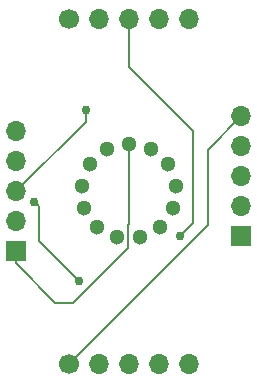
<source format=gbl>
G04 #@! TF.FileFunction,Copper,L2,Bot,Signal*
%FSLAX46Y46*%
G04 Gerber Fmt 4.6, Leading zero omitted, Abs format (unit mm)*
G04 Created by KiCad (PCBNEW 4.0.4-stable) date 01/14/18 19:09:26*
%MOMM*%
%LPD*%
G01*
G04 APERTURE LIST*
%ADD10C,0.100000*%
%ADD11C,1.700000*%
%ADD12O,1.700000X1.700000*%
%ADD13R,1.700000X1.700000*%
%ADD14C,1.300000*%
%ADD15C,0.762000*%
%ADD16C,0.177800*%
G04 APERTURE END LIST*
D10*
D11*
X-5080000Y14605000D03*
D12*
X-2540000Y14605000D03*
X0Y14605000D03*
X2540000Y14605000D03*
X5080000Y14605000D03*
D13*
X-9525000Y-5080000D03*
D12*
X-9525000Y-2540000D03*
X-9525000Y0D03*
X-9525000Y2540000D03*
X-9525000Y5080000D03*
D11*
X-5080000Y-14605000D03*
D12*
X-2540000Y-14605000D03*
X0Y-14605000D03*
X2540000Y-14605000D03*
X5080000Y-14605000D03*
D13*
X9525000Y-3810000D03*
D12*
X9525000Y-1270000D03*
X9525000Y1270000D03*
X9525000Y3810000D03*
X9525000Y6350000D03*
D14*
X0Y4000000D03*
X1858893Y3541824D03*
X3291935Y2272259D03*
X3970835Y482147D03*
X3740065Y-1418420D03*
X2652491Y-2994043D03*
X957263Y-3883767D03*
X-957263Y-3883767D03*
X-2652491Y-2994043D03*
X-3740065Y-1418420D03*
X-3970835Y482147D03*
X-3291935Y2272259D03*
X-1858893Y3541824D03*
D15*
X4350000Y-3800000D03*
X-3650000Y6925000D03*
X-4200000Y-7625000D03*
X-8000000Y-900000D03*
D16*
X-18362Y-2756638D02*
X0Y-2738276D01*
X0Y-2738276D02*
X0Y4000000D01*
X-4675000Y-9425000D02*
X-18362Y-4768362D01*
X-18362Y-4768362D02*
X-18362Y-2756638D01*
X-6207800Y-9425000D02*
X-4675000Y-9425000D01*
X-9525000Y-5080000D02*
X-9525000Y-6107800D01*
X-9525000Y-6107800D02*
X-6207800Y-9425000D01*
X5475000Y5075000D02*
X0Y10550000D01*
X0Y10550000D02*
X0Y14605000D01*
X5475000Y-2675000D02*
X5475000Y5075000D01*
X4350000Y-3800000D02*
X5475000Y-2675000D01*
X6700000Y-2825000D02*
X6700000Y3525000D01*
X6700000Y3525000D02*
X9525000Y6350000D01*
X-5080000Y-14605000D02*
X6700000Y-2825000D01*
X-9525000Y0D02*
X-3650000Y5875000D01*
X-3650000Y5875000D02*
X-3650000Y6925000D01*
X-7619001Y-4205999D02*
X-4200000Y-7625000D01*
X-8000000Y-900000D02*
X-7619001Y-1280999D01*
X-7619001Y-1280999D02*
X-7619001Y-4205999D01*
M02*

</source>
